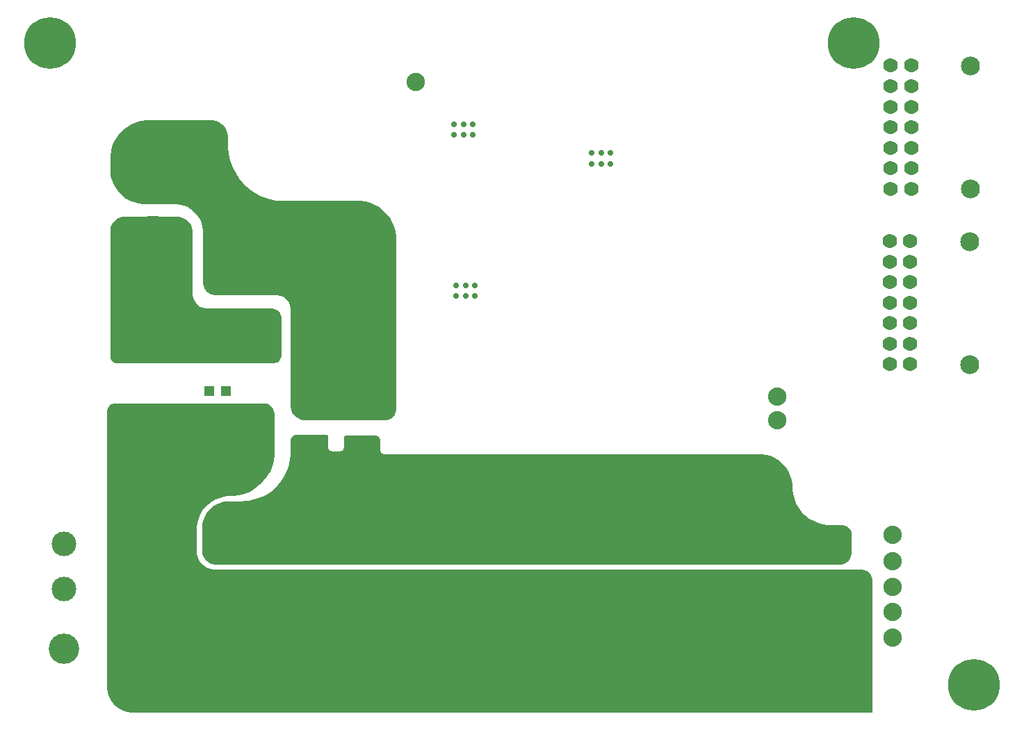
<source format=gbr>
%TF.GenerationSoftware,Altium Limited,Altium Designer,23.5.1 (21)*%
G04 Layer_Color=16711935*
%FSLAX45Y45*%
%MOMM*%
%TF.SameCoordinates,815A2C8C-8163-47E4-9813-AD16C0C63C49*%
%TF.FilePolarity,Negative*%
%TF.FileFunction,Soldermask,Bot*%
%TF.Part,Single*%
G01*
G75*
%TA.AperFunction,ComponentPad*%
%ADD119C,6.30320*%
%ADD120C,3.00320*%
%ADD121C,3.70320*%
%ADD122C,9.70320*%
%ADD123C,2.23520*%
%ADD124C,1.76320*%
%ADD125C,2.30320*%
%TA.AperFunction,SMDPad,CuDef*%
%ADD126R,1.20320X1.20320*%
%TA.AperFunction,ViaPad*%
%ADD127C,0.71120*%
G36*
X3522667Y8654079D02*
X3557335Y8639719D01*
X3588536Y8618870D01*
X3615070Y8592336D01*
X3635918Y8561135D01*
X3650278Y8526466D01*
X3657599Y8489662D01*
X3657599Y8470899D01*
X3657600Y8470900D01*
Y7721600D01*
X3658456Y7704173D01*
X3665256Y7669987D01*
X3678594Y7637786D01*
X3697959Y7608805D01*
X3722605Y7584159D01*
X3751585Y7564794D01*
X3783787Y7551456D01*
X3817972Y7544656D01*
X3835400Y7543800D01*
X3835400D01*
X4622800Y7543799D01*
X4634057Y7543800D01*
X4656140Y7539408D01*
X4676941Y7530791D01*
X4695662Y7518282D01*
X4711583Y7502362D01*
X4724091Y7483641D01*
X4732707Y7462839D01*
X4737098Y7440756D01*
X4737098Y7429499D01*
X4737100Y7429500D01*
X4737099Y6969837D01*
X4737100Y6960624D01*
X4733505Y6942553D01*
X4726455Y6925530D01*
X4716218Y6910209D01*
X4703189Y6897181D01*
X4687869Y6886944D01*
X4670845Y6879894D01*
X4652774Y6876299D01*
X4643561Y6876300D01*
X2737600D01*
X2729396Y6876300D01*
X2713302Y6879501D01*
X2698142Y6885780D01*
X2684499Y6894897D01*
X2672897Y6906499D01*
X2663780Y6920143D01*
X2657501Y6935302D01*
X2654300Y6951396D01*
X2654300Y6959600D01*
X2654300Y6959600D01*
Y8483600D01*
X2654300Y8501112D01*
X2661133Y8535462D01*
X2674535Y8567820D01*
X2693993Y8596940D01*
X2718759Y8621706D01*
X2747879Y8641164D01*
X2780237Y8654566D01*
X2814587Y8661399D01*
X2832099Y8661399D01*
X2832100Y8661400D01*
X3467100Y8661399D01*
X3485862Y8661400D01*
X3522667Y8654079D01*
D02*
G37*
G36*
X4521200Y6388098D02*
X4534490Y6388099D01*
X4560559Y6382913D01*
X4585116Y6372741D01*
X4607217Y6357974D01*
X4626012Y6339179D01*
X4640779Y6317078D01*
X4650950Y6292521D01*
X4656135Y6266452D01*
X4656135Y6253162D01*
X4656135D01*
X4656139Y5796352D01*
X4656140Y5761101D01*
X4646938Y5691202D01*
X4628691Y5623102D01*
X4601711Y5557967D01*
X4566461Y5496910D01*
X4523542Y5440976D01*
X4473690Y5391124D01*
X4417756Y5348205D01*
X4356700Y5312954D01*
X4291564Y5285974D01*
X4223465Y5267727D01*
X4153566Y5258525D01*
X4118315Y5258525D01*
X4118315Y5258526D01*
X4118314Y5258525D01*
X4091506Y5257648D01*
X4038344Y5250651D01*
X3986551Y5236774D01*
X3937012Y5216255D01*
X3890575Y5189446D01*
X3848035Y5156804D01*
X3810120Y5118889D01*
X3777479Y5076349D01*
X3750669Y5029912D01*
X3730151Y4980373D01*
X3716274Y4928580D01*
X3709277Y4875418D01*
X3708400Y4848610D01*
X3708399Y4848610D01*
X3708400Y4848608D01*
Y4587251D01*
X3709509Y4564665D01*
X3718321Y4520362D01*
X3735607Y4478629D01*
X3760702Y4441070D01*
X3792643Y4409129D01*
X3830202Y4384033D01*
X3871935Y4366747D01*
X3916238Y4357935D01*
X3938824Y4356826D01*
X11810274Y4356825D01*
X11822854Y4356825D01*
X11847530Y4351917D01*
X11870775Y4342289D01*
X11891695Y4328311D01*
X11909486Y4310520D01*
X11923463Y4289600D01*
X11933091Y4266355D01*
X11937999Y4241678D01*
X11937998Y4229098D01*
X11937998Y4229098D01*
X11938000Y4229097D01*
Y2616926D01*
X2932973Y2616925D01*
X2912211Y2616925D01*
X2871041Y2622345D01*
X2830931Y2633093D01*
X2792567Y2648984D01*
X2756605Y2669746D01*
X2723662Y2695025D01*
X2694299Y2724387D01*
X2669020Y2757332D01*
X2648258Y2793293D01*
X2632367Y2831657D01*
X2621620Y2871767D01*
X2616199Y2912937D01*
X2616200Y2933699D01*
X2616199Y2933700D01*
Y6286499D01*
Y6296506D01*
X2620104Y6316135D01*
X2627763Y6334625D01*
X2638881Y6351265D01*
X2653033Y6365417D01*
X2669674Y6376536D01*
X2688164Y6384194D01*
X2707792Y6388099D01*
X2717799Y6388099D01*
X2717799Y6388099D01*
X4521200Y6388098D01*
D02*
G37*
G36*
X3940803Y9828090D02*
X3978983Y9812276D01*
X4013344Y9789316D01*
X4042565Y9760095D01*
X4065524Y9725734D01*
X4081338Y9687553D01*
X4089399Y9647022D01*
X4089398Y9626359D01*
X4089399Y9626360D01*
X4089400Y9537700D01*
X4090224Y9504088D01*
X4096813Y9437189D01*
X4109927Y9371258D01*
X4129440Y9306930D01*
X4155165Y9244824D01*
X4186853Y9185538D01*
X4224200Y9129644D01*
X4266846Y9077680D01*
X4314379Y9030147D01*
X4366344Y8987501D01*
X4422238Y8950154D01*
X4481523Y8918466D01*
X4543629Y8892741D01*
X4607957Y8873227D01*
X4673888Y8860113D01*
X4740788Y8853525D01*
X4774399Y8852700D01*
X4774400D01*
X5676100Y8852699D01*
X5706119Y8852701D01*
X5765644Y8844867D01*
X5823638Y8829330D01*
X5879107Y8806356D01*
X5931102Y8776337D01*
X5978735Y8739788D01*
X6021188Y8697334D01*
X6057737Y8649702D01*
X6087755Y8597706D01*
X6110730Y8542237D01*
X6126267Y8484244D01*
X6134100Y8424718D01*
X6134098Y8394699D01*
X6134100Y8394700D01*
X6134099Y6312199D01*
X6134099Y6299661D01*
X6129208Y6275067D01*
X6119612Y6251899D01*
X6105681Y6231049D01*
X6087949Y6213318D01*
X6067099Y6199386D01*
X6043931Y6189791D01*
X6019337Y6184899D01*
X6006799Y6184900D01*
X5021261D01*
X5004531Y6184899D01*
X4971714Y6191427D01*
X4940801Y6204231D01*
X4912981Y6222820D01*
X4889321Y6246480D01*
X4870731Y6274301D01*
X4857927Y6305214D01*
X4851399Y6338031D01*
X4851399Y6354760D01*
Y6354762D01*
X4851399Y7531100D01*
X4850553Y7548381D01*
X4843814Y7582280D01*
X4830590Y7614212D01*
X4811389Y7642950D01*
X4786950Y7667389D01*
X4758212Y7686589D01*
X4726280Y7699813D01*
X4692381Y7706552D01*
X4675100Y7707398D01*
X4675101Y7707400D01*
X3942950Y7707400D01*
X3927353Y7707398D01*
X3896759Y7713482D01*
X3867940Y7725418D01*
X3842004Y7742747D01*
X3819948Y7764803D01*
X3802618Y7790740D01*
X3790682Y7819558D01*
X3784598Y7850152D01*
X3784600Y7865749D01*
Y7865750D01*
X3784599Y8475543D01*
X3783875Y8497666D01*
X3778100Y8541532D01*
X3766649Y8584269D01*
X3749717Y8625146D01*
X3727595Y8663463D01*
X3700660Y8698565D01*
X3669374Y8729851D01*
X3634273Y8756785D01*
X3595956Y8778908D01*
X3555079Y8795840D01*
X3512342Y8807291D01*
X3468475Y8813066D01*
X3446353Y8813790D01*
X3446354Y8813792D01*
X3086083Y8813809D01*
X3057783Y8813810D01*
X3001665Y8821200D01*
X2946992Y8835852D01*
X2894699Y8857515D01*
X2845681Y8885817D01*
X2800776Y8920276D01*
X2760753Y8960300D01*
X2726297Y9005207D01*
X2697997Y9054226D01*
X2676337Y9106520D01*
X2661687Y9161193D01*
X2654299Y9217311D01*
Y9245612D01*
X2654299D01*
X2654299Y9366249D01*
X2654299Y9397048D01*
X2662339Y9458118D01*
X2678282Y9517617D01*
X2701854Y9574526D01*
X2732653Y9627871D01*
X2770151Y9676740D01*
X2813707Y9720296D01*
X2862576Y9757794D01*
X2915921Y9788593D01*
X2972830Y9812165D01*
X3032328Y9828108D01*
X3093399Y9836148D01*
X3124198D01*
X3124198Y9836149D01*
X3879608Y9836150D01*
X3900271Y9836151D01*
X3940803Y9828090D01*
D02*
G37*
G36*
X5298988Y6000493D02*
X5305223Y5994255D01*
X5308595Y5986105D01*
X5308593Y5981695D01*
X5308600Y5981700D01*
Y5854699D01*
X5309574Y5844789D01*
X5317158Y5826477D01*
X5331172Y5812461D01*
X5349483Y5804876D01*
X5359393Y5803901D01*
X5359400Y5803900D01*
X5448299Y5803900D01*
X5458209Y5804876D01*
X5476519Y5812460D01*
X5490533Y5826474D01*
X5498117Y5844784D01*
X5499093Y5854693D01*
X5499100Y5854700D01*
Y5968999D01*
Y5974050D01*
X5502966Y5983384D01*
X5510110Y5990528D01*
X5519444Y5994394D01*
X5524495Y5994393D01*
X5524501Y5994400D01*
X5880100Y5994399D01*
X5892174Y5994400D01*
X5914484Y5985158D01*
X5931558Y5968082D01*
X5940797Y5945770D01*
X5940795Y5933696D01*
X5940800Y5933700D01*
Y5819400D01*
X5941829Y5808943D01*
X5949831Y5789621D01*
X5964618Y5774833D01*
X5983939Y5766829D01*
X5994396Y5765800D01*
X5994400D01*
X10566401Y5765798D01*
X10592206Y5765799D01*
X10643373Y5759062D01*
X10693223Y5745705D01*
X10740904Y5725955D01*
X10785598Y5700151D01*
X10826542Y5668733D01*
X10863035Y5632240D01*
X10894452Y5591295D01*
X10920256Y5546601D01*
X10940006Y5498920D01*
X10953363Y5449070D01*
X10960098Y5397902D01*
X10960098Y5372098D01*
X10960100Y5372099D01*
X10961106Y5341366D01*
X10969129Y5280426D01*
X10985037Y5221055D01*
X11008559Y5164268D01*
X11039291Y5111037D01*
X11076709Y5062273D01*
X11120172Y5018810D01*
X11168936Y4981392D01*
X11222167Y4950659D01*
X11278954Y4927137D01*
X11338325Y4911229D01*
X11399264Y4903206D01*
X11429997Y4902200D01*
X11429998D01*
X11569700Y4902199D01*
X11580957D01*
X11603040Y4897807D01*
X11623841Y4889191D01*
X11642561Y4876682D01*
X11658482Y4860761D01*
X11670991Y4842041D01*
X11679607Y4821240D01*
X11683999Y4799157D01*
X11683999Y4787899D01*
X11684000Y4787900D01*
X11683999Y4559299D01*
Y4545540D01*
X11678630Y4518550D01*
X11668099Y4493127D01*
X11652811Y4470246D01*
X11633353Y4450788D01*
X11610472Y4435499D01*
X11585048Y4424968D01*
X11558059Y4419600D01*
X3949701D01*
X3932188Y4419599D01*
X3897838Y4426431D01*
X3865479Y4439833D01*
X3836358Y4459291D01*
X3811592Y4484057D01*
X3792134Y4513178D01*
X3778731Y4545536D01*
X3771899Y4579887D01*
X3771899Y4597398D01*
Y4597400D01*
X3771900Y4862556D01*
Y4884300D01*
X3777576Y4927415D01*
X3788831Y4969420D01*
X3805473Y5009597D01*
X3827217Y5047258D01*
X3853690Y5081759D01*
X3884440Y5112509D01*
X3918940Y5138982D01*
X3956601Y5160726D01*
X3996778Y5177367D01*
X4038783Y5188623D01*
X4081898Y5194299D01*
X4103642D01*
X4103643Y5194300D01*
X4254500Y5194300D01*
X4283788Y5195019D01*
X4342083Y5200760D01*
X4399534Y5212188D01*
X4455589Y5229192D01*
X4509707Y5251608D01*
X4561367Y5279222D01*
X4610072Y5311765D01*
X4655352Y5348926D01*
X4696772Y5390346D01*
X4733933Y5435626D01*
X4766477Y5484331D01*
X4794090Y5535991D01*
X4816506Y5590109D01*
X4833510Y5646164D01*
X4844938Y5703615D01*
X4850679Y5761910D01*
X4851398Y5791198D01*
X4851400Y5791200D01*
Y5927364D01*
Y5934898D01*
X4854340Y5949678D01*
X4860106Y5963600D01*
X4868478Y5976130D01*
X4879134Y5986786D01*
X4891664Y5995158D01*
X4905586Y6000924D01*
X4920366Y6003865D01*
X4927901Y6003864D01*
X4927902Y6003866D01*
X5286430Y6003870D01*
X5290840D01*
X5298988Y6000493D01*
D02*
G37*
D119*
X2984500Y2984500D02*
D03*
X13176250Y2959100D02*
D03*
X1924050Y10775950D02*
D03*
X11709400D02*
D03*
D120*
X10452100Y4130000D02*
D03*
Y4680000D02*
D03*
X11518900Y4130000D02*
D03*
Y4680000D02*
D03*
X8305800Y4130000D02*
D03*
Y4680000D02*
D03*
X9385300Y4130000D02*
D03*
Y4680000D02*
D03*
X6121400Y4130000D02*
D03*
Y4680000D02*
D03*
X7213600Y4130000D02*
D03*
Y4680000D02*
D03*
X3937000Y4130000D02*
D03*
Y4680000D02*
D03*
X5029200Y4130000D02*
D03*
Y4680000D02*
D03*
X2089150Y4127250D02*
D03*
Y4677250D02*
D03*
D121*
X10452100Y3400000D02*
D03*
X11518900D02*
D03*
X8305800D02*
D03*
X9385300D02*
D03*
X6121400D02*
D03*
X7213600D02*
D03*
X3937000D02*
D03*
X5029200D02*
D03*
X2089150Y3397250D02*
D03*
D122*
X3175000Y9302750D02*
D03*
Y8185150D02*
D03*
D123*
X10775950Y6181800D02*
D03*
Y6470650D02*
D03*
X12179300Y4460515D02*
D03*
X6371590Y10306050D02*
D03*
X3009900Y3898900D02*
D03*
X12179300Y3530600D02*
D03*
X3009900Y3606800D02*
D03*
X12179300Y4787901D02*
D03*
Y4152900D02*
D03*
Y3848100D02*
D03*
D124*
X12146600Y8363000D02*
D03*
Y8113000D02*
D03*
Y7863000D02*
D03*
Y7613000D02*
D03*
Y7363000D02*
D03*
Y7113000D02*
D03*
Y6863000D02*
D03*
X12396600Y8363000D02*
D03*
Y8113000D02*
D03*
Y7863000D02*
D03*
Y7613000D02*
D03*
Y7363000D02*
D03*
Y7113000D02*
D03*
Y6863000D02*
D03*
X12157900Y10503395D02*
D03*
Y10253395D02*
D03*
Y10003395D02*
D03*
Y9753395D02*
D03*
Y9503395D02*
D03*
Y9253395D02*
D03*
Y9003395D02*
D03*
X12407900Y10503395D02*
D03*
Y10253395D02*
D03*
Y10003395D02*
D03*
Y9753395D02*
D03*
Y9503395D02*
D03*
Y9253395D02*
D03*
Y9003395D02*
D03*
D125*
X13119099Y6858000D02*
D03*
Y8355500D02*
D03*
X13130400Y8998395D02*
D03*
Y10495895D02*
D03*
D126*
X4060341Y6540500D02*
D03*
X3857141D02*
D03*
D127*
X6982310Y7694700D02*
D03*
X6862310D02*
D03*
X6982310Y7824700D02*
D03*
X7092310D02*
D03*
X7092310Y7694700D02*
D03*
X6862310Y7824700D02*
D03*
X6841190Y9786850D02*
D03*
X7071189Y9656850D02*
D03*
X7071190Y9786850D02*
D03*
X6961190D02*
D03*
X6841190Y9656850D02*
D03*
X6961190D02*
D03*
X8636000Y9307600D02*
D03*
X8516000D02*
D03*
X8636000Y9437600D02*
D03*
X8746000D02*
D03*
X8746000Y9307600D02*
D03*
X8516000Y9437600D02*
D03*
%TF.MD5,3f758d91d34d557083d8ac00a61ae31c*%
M02*

</source>
